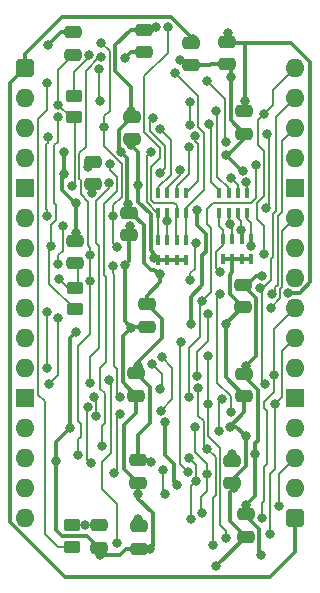
<source format=gbl>
%TF.GenerationSoftware,KiCad,Pcbnew,8.0.7*%
%TF.CreationDate,2025-01-03T14:35:01+02:00*%
%TF.ProjectId,W65C816 Clock Hold,57363543-3831-4362-9043-6c6f636b2048,V1*%
%TF.SameCoordinates,Original*%
%TF.FileFunction,Copper,L2,Bot*%
%TF.FilePolarity,Positive*%
%FSLAX46Y46*%
G04 Gerber Fmt 4.6, Leading zero omitted, Abs format (unit mm)*
G04 Created by KiCad (PCBNEW 8.0.7) date 2025-01-03 14:35:01*
%MOMM*%
%LPD*%
G01*
G04 APERTURE LIST*
G04 Aperture macros list*
%AMRoundRect*
0 Rectangle with rounded corners*
0 $1 Rounding radius*
0 $2 $3 $4 $5 $6 $7 $8 $9 X,Y pos of 4 corners*
0 Add a 4 corners polygon primitive as box body*
4,1,4,$2,$3,$4,$5,$6,$7,$8,$9,$2,$3,0*
0 Add four circle primitives for the rounded corners*
1,1,$1+$1,$2,$3*
1,1,$1+$1,$4,$5*
1,1,$1+$1,$6,$7*
1,1,$1+$1,$8,$9*
0 Add four rect primitives between the rounded corners*
20,1,$1+$1,$2,$3,$4,$5,0*
20,1,$1+$1,$4,$5,$6,$7,0*
20,1,$1+$1,$6,$7,$8,$9,0*
20,1,$1+$1,$8,$9,$2,$3,0*%
G04 Aperture macros list end*
%TA.AperFunction,ComponentPad*%
%ADD10RoundRect,0.400000X-0.400000X-0.400000X0.400000X-0.400000X0.400000X0.400000X-0.400000X0.400000X0*%
%TD*%
%TA.AperFunction,ComponentPad*%
%ADD11O,1.600000X1.600000*%
%TD*%
%TA.AperFunction,ComponentPad*%
%ADD12R,1.600000X1.600000*%
%TD*%
%TA.AperFunction,SMDPad,CuDef*%
%ADD13R,0.450000X0.950000*%
%TD*%
%TA.AperFunction,SMDPad,CuDef*%
%ADD14RoundRect,0.250000X-0.475000X0.250000X-0.475000X-0.250000X0.475000X-0.250000X0.475000X0.250000X0*%
%TD*%
%TA.AperFunction,SMDPad,CuDef*%
%ADD15RoundRect,0.250000X0.450000X-0.262500X0.450000X0.262500X-0.450000X0.262500X-0.450000X-0.262500X0*%
%TD*%
%TA.AperFunction,SMDPad,CuDef*%
%ADD16RoundRect,0.250000X-0.450000X0.262500X-0.450000X-0.262500X0.450000X-0.262500X0.450000X0.262500X0*%
%TD*%
%TA.AperFunction,SMDPad,CuDef*%
%ADD17R,0.450000X0.900000*%
%TD*%
%TA.AperFunction,SMDPad,CuDef*%
%ADD18RoundRect,0.250000X0.475000X-0.250000X0.475000X0.250000X-0.475000X0.250000X-0.475000X-0.250000X0*%
%TD*%
%TA.AperFunction,ViaPad*%
%ADD19C,0.800000*%
%TD*%
%TA.AperFunction,Conductor*%
%ADD20C,0.380000*%
%TD*%
%TA.AperFunction,Conductor*%
%ADD21C,0.200000*%
%TD*%
G04 APERTURE END LIST*
D10*
%TO.P,J1,1,Pin_1*%
%TO.N,5V*%
X0Y0D03*
D11*
%TO.P,J1,2,Pin_2*%
%TO.N,CLK High Pulse*%
X0Y-2540000D03*
%TO.P,J1,3,Pin_3*%
%TO.N,CLK*%
X0Y-5080000D03*
%TO.P,J1,4,Pin_4*%
%TO.N,~{Hold High}*%
X0Y-7620000D03*
D12*
%TO.P,J1,5,Pin_5*%
%TO.N,GND*%
X0Y-10160000D03*
D11*
%TO.P,J1,6,Pin_6*%
%TO.N,CLK_{IN}*%
X0Y-12700000D03*
%TO.P,J1,7,Pin_7*%
%TO.N,~{CLK}*%
X0Y-15240000D03*
%TO.P,J1,8,Pin_8*%
%TO.N,PHI2*%
X0Y-17780000D03*
%TO.P,J1,9,Pin_9*%
%TO.N,Hold Count_{0}D*%
X0Y-20320000D03*
%TO.P,J1,10,Pin_10*%
%TO.N,Hold Count_{1}D*%
X0Y-22860000D03*
%TO.P,J1,11,Pin_11*%
%TO.N,Hold Count_{2}D*%
X0Y-25400000D03*
D12*
%TO.P,J1,12,Pin_12*%
%TO.N,GND*%
X0Y-27940000D03*
D11*
%TO.P,J1,13,Pin_13*%
%TO.N,Hold Count_{3}D*%
X0Y-30480000D03*
%TO.P,J1,14,Pin_14*%
%TO.N,unconnected-(J1-Pin_14-Pad14)*%
X0Y-33020000D03*
%TO.P,J1,15,Pin_15*%
%TO.N,CLK Low Pulse*%
X0Y-35560000D03*
%TO.P,J1,16,Pin_16*%
%TO.N,~{Hold Low}*%
X0Y-38100000D03*
D10*
%TO.P,J1,17,Pin_17*%
%TO.N,5V*%
X22860000Y-38100000D03*
D11*
%TO.P,J1,18,Pin_18*%
%TO.N,~{HC=CC} _{~{CLK}}*%
X22860000Y-35560000D03*
%TO.P,J1,19,Pin_19*%
%TO.N,HC=CC _{~{CLK}}*%
X22860000Y-33020000D03*
%TO.P,J1,20,Pin_20*%
%TO.N,Clk Count_{3}*%
X22860000Y-30480000D03*
D12*
%TO.P,J1,21,Pin_21*%
%TO.N,GND*%
X22860000Y-27940000D03*
D11*
%TO.P,J1,22,Pin_22*%
%TO.N,Clk Count_{2}*%
X22860000Y-25400000D03*
%TO.P,J1,23,Pin_23*%
%TO.N,Clk Count_{1}*%
X22860000Y-22860000D03*
%TO.P,J1,24,Pin_24*%
%TO.N,Clk Count_{0}*%
X22860000Y-20320000D03*
%TO.P,J1,25,Pin_25*%
%TO.N,Reset*%
X22860000Y-17780000D03*
%TO.P,J1,26,Pin_26*%
%TO.N,~{PHI2}*%
X22860000Y-15240000D03*
%TO.P,J1,27,Pin_27*%
%TO.N,HC Latch_{3}*%
X22860000Y-12700000D03*
D12*
%TO.P,J1,28,Pin_28*%
%TO.N,GND*%
X22860000Y-10160000D03*
D11*
%TO.P,J1,29,Pin_29*%
%TO.N,HC Latch_{2}*%
X22860000Y-7620000D03*
%TO.P,J1,30,Pin_30*%
%TO.N,HC Latch_{1}*%
X22860000Y-5080000D03*
%TO.P,J1,31,Pin_31*%
%TO.N,HC Latch_{0}*%
X22860000Y-2540000D03*
%TO.P,J1,32,Pin_32*%
%TO.N,~{Reset}*%
X22860000Y0D03*
%TD*%
D13*
%TO.P,CN1,1,1*%
%TO.N,Reset*%
X16707000Y-14517000D03*
%TO.P,CN1,2,2*%
%TO.N,~{PHI2}*%
X17507000Y-14517000D03*
%TO.P,CN1,3,3*%
%TO.N,CLK*%
X18307000Y-14517000D03*
%TO.P,CN1,4,4*%
%TO.N,~{CLK}*%
X19107000Y-14517000D03*
%TO.P,CN1,5,5*%
%TO.N,GND*%
X19107000Y-16217000D03*
%TO.P,CN1,6,6*%
X18307000Y-16217000D03*
%TO.P,CN1,7,7*%
X17507000Y-16217000D03*
%TO.P,CN1,8,8*%
X16707000Y-16217000D03*
%TD*%
D14*
%TO.P,C57,1*%
%TO.N,/3.3V*%
X9525000Y-33229000D03*
%TO.P,C57,2*%
%TO.N,GND*%
X9525000Y-35129000D03*
%TD*%
%TO.P,C27,1*%
%TO.N,/3.3V*%
X18542000Y-25913000D03*
%TO.P,C27,2*%
%TO.N,GND*%
X18542000Y-27813000D03*
%TD*%
%TO.P,C23,1*%
%TO.N,/3.3V*%
X8763000Y-12274000D03*
%TO.P,C23,2*%
%TO.N,GND*%
X8763000Y-14174000D03*
%TD*%
D15*
%TO.P,R2,1*%
%TO.N,CLK High Pulse*%
X4074000Y-4214500D03*
%TO.P,R2,2*%
%TO.N,/CLK High Pulse_{f}*%
X4074000Y-2389500D03*
%TD*%
D14*
%TO.P,C25,1*%
%TO.N,/3.3V*%
X18669000Y-37801000D03*
%TO.P,C25,2*%
%TO.N,GND*%
X18669000Y-39701000D03*
%TD*%
D16*
%TO.P,R3,1*%
%TO.N,CLK Low Pulse*%
X3927000Y-38756500D03*
%TO.P,R3,2*%
%TO.N,/CLK Low Pulse_{f}*%
X3927000Y-40581500D03*
%TD*%
D14*
%TO.P,C26,1*%
%TO.N,/3.3V*%
X10287000Y-20021000D03*
%TO.P,C26,2*%
%TO.N,GND*%
X10287000Y-21921000D03*
%TD*%
D17*
%TO.P,RN1,1,R1*%
%TO.N,Net-(IC7F-6Y)*%
X16396000Y-10580000D03*
%TO.P,RN1,2,R2*%
%TO.N,Net-(IC7A-1Y)*%
X17196000Y-10580000D03*
%TO.P,RN1,3,R3*%
%TO.N,Net-(IC47-Y)*%
X17996000Y-10580000D03*
%TO.P,RN1,4,R4*%
%TO.N,Net-(IC47-~{Y})*%
X18796000Y-10580000D03*
%TO.P,RN1,5,R4*%
%TO.N,~{CLK}*%
X18796000Y-12280000D03*
%TO.P,RN1,6,R3*%
%TO.N,CLK*%
X17996000Y-12280000D03*
%TO.P,RN1,7,R2*%
%TO.N,~{PHI2}*%
X17196000Y-12280000D03*
%TO.P,RN1,8,R1*%
%TO.N,Reset*%
X16396000Y-12280000D03*
%TD*%
D18*
%TO.P,C2,1*%
%TO.N,CLK High Pulse*%
X4064000Y1098000D03*
%TO.P,C2,2*%
%TO.N,GND*%
X4064000Y2998000D03*
%TD*%
D14*
%TO.P,C3,1*%
%TO.N,CLK Low Pulse*%
X6223000Y-38735000D03*
%TO.P,C3,2*%
%TO.N,GND*%
X6223000Y-40635000D03*
%TD*%
D17*
%TO.P,RN2,1,R1*%
%TO.N,/CLK H.P.*%
X11226800Y-10580000D03*
%TO.P,RN2,2,R2*%
%TO.N,/CLK L.P.*%
X12026800Y-10580000D03*
%TO.P,RN2,3,R3*%
%TO.N,/~{CLK High Reset Pulse}*%
X12826800Y-10580000D03*
%TO.P,RN2,4,R4*%
%TO.N,/~{CLK Low Reset Pulse}*%
X13626800Y-10580000D03*
%TO.P,RN2,5,R4*%
%TO.N,/~{CLK Low Reset Pulse}_{s}*%
X13626800Y-12280000D03*
%TO.P,RN2,6,R3*%
%TO.N,/~{CLK High Reset Pulse}_{s}*%
X12826800Y-12280000D03*
%TO.P,RN2,7,R2*%
%TO.N,/CLK L.P._{s}*%
X12026800Y-12280000D03*
%TO.P,RN2,8,R1*%
%TO.N,/CLK H.P._{s}*%
X11226800Y-12280000D03*
%TD*%
D14*
%TO.P,C47,1*%
%TO.N,/3.3V*%
X9652000Y-38817000D03*
%TO.P,C47,2*%
%TO.N,GND*%
X9652000Y-40717000D03*
%TD*%
%TO.P,C20,1*%
%TO.N,/3.3V*%
X10050000Y3205000D03*
%TO.P,C20,2*%
%TO.N,GND*%
X10050000Y1305000D03*
%TD*%
%TO.P,C24,1*%
%TO.N,/3.3V*%
X5715000Y-7956000D03*
%TO.P,C24,2*%
%TO.N,GND*%
X5715000Y-9856000D03*
%TD*%
D16*
%TO.P,R1,1*%
%TO.N,PHI2*%
X4181000Y-18645500D03*
%TO.P,R1,2*%
%TO.N,/PHI2_{f}*%
X4181000Y-20470500D03*
%TD*%
D14*
%TO.P,C30,1*%
%TO.N,/3.3V*%
X9398000Y-25863000D03*
%TO.P,C30,2*%
%TO.N,GND*%
X9398000Y-27763000D03*
%TD*%
%TO.P,C44,1*%
%TO.N,/3.3V*%
X17078000Y2209000D03*
%TO.P,C44,2*%
%TO.N,GND*%
X17078000Y309000D03*
%TD*%
D18*
%TO.P,C1,1*%
%TO.N,PHI2*%
X4191000Y-16555000D03*
%TO.P,C1,2*%
%TO.N,GND*%
X4191000Y-14655000D03*
%TD*%
%TO.P,C4,1*%
%TO.N,GND*%
X17526000Y-35174000D03*
%TO.P,C4,2*%
%TO.N,/3.3V*%
X17526000Y-33274000D03*
%TD*%
D14*
%TO.P,C56,1*%
%TO.N,/3.3V*%
X9017000Y-4146000D03*
%TO.P,C56,2*%
%TO.N,GND*%
X9017000Y-6046000D03*
%TD*%
D13*
%TO.P,CN2,1,1*%
%TO.N,/CLK H.P._{s}*%
X11208200Y-14556000D03*
%TO.P,CN2,2,2*%
%TO.N,/CLK L.P._{s}*%
X12008200Y-14556000D03*
%TO.P,CN2,3,3*%
%TO.N,/~{CLK High Reset Pulse}_{s}*%
X12808200Y-14556000D03*
%TO.P,CN2,4,4*%
%TO.N,/~{CLK Low Reset Pulse}_{s}*%
X13608200Y-14556000D03*
%TO.P,CN2,5,5*%
%TO.N,GND*%
X13608200Y-16256000D03*
%TO.P,CN2,6,6*%
X12808200Y-16256000D03*
%TO.P,CN2,7,7*%
X12008200Y-16256000D03*
%TO.P,CN2,8,8*%
X11208200Y-16256000D03*
%TD*%
D14*
%TO.P,C21,1*%
%TO.N,/3.3V*%
X18542000Y-3683000D03*
%TO.P,C21,2*%
%TO.N,GND*%
X18542000Y-5583000D03*
%TD*%
%TO.P,C28,1*%
%TO.N,/3.3V*%
X18423000Y-18370000D03*
%TO.P,C28,2*%
%TO.N,GND*%
X18423000Y-20270000D03*
%TD*%
%TO.P,C43,1*%
%TO.N,5V*%
X14030000Y2082000D03*
%TO.P,C43,2*%
%TO.N,GND*%
X14030000Y182000D03*
%TD*%
D19*
%TO.N,GND*%
X16128992Y-42216000D03*
X3810000Y-30480000D03*
X13048998Y635000D03*
X4318000Y-11430000D03*
X9525000Y-36140002D03*
X13982949Y-21717000D03*
X17427001Y-768001D03*
X14490000Y-12085087D03*
X10922000Y-16108000D03*
X8890000Y-13374000D03*
X16951543Y-21682508D03*
X12807404Y-35325596D03*
X17006000Y-7399631D03*
X5632661Y-10623339D03*
X1905000Y1905000D03*
X11817920Y-30014307D03*
X3290000Y-8985000D03*
X8462681Y846823D03*
X18415000Y-8763000D03*
X9525000Y-9933004D03*
X18687572Y-31223428D03*
X17643756Y-35572000D03*
X8394081Y-16720824D03*
X17306999Y-30407573D03*
X4314000Y-22352000D03*
X4310276Y-14013872D03*
X8953504Y-22034500D03*
X2556493Y-33274000D03*
X10541000Y-40767000D03*
X6350002Y-41275000D03*
X8909431Y-6514845D03*
X3289996Y-7126851D03*
%TO.N,5V*%
X14220000Y2462000D03*
%TO.N,PHI2*%
X2881180Y-17883000D03*
%TO.N,~{PHI2}*%
X17358996Y-13248004D03*
%TO.N,Reset*%
X16498000Y-17292002D03*
%TO.N,~{Reset}*%
X20193000Y-15748000D03*
X20193000Y-3937000D03*
%TO.N,~{CLK}*%
X14474993Y-34966329D03*
X5507375Y-18033000D03*
X4457000Y-32766000D03*
X19112948Y-15141998D03*
X6425910Y881042D03*
X5492686Y-15899642D03*
X14016375Y-38176000D03*
X13840229Y-33020322D03*
%TO.N,HC Latch_{3}*%
X15501543Y-20877000D03*
X14563470Y-26138000D03*
X20770845Y-20320000D03*
%TO.N,HC Latch_{2}*%
X13852930Y-27870204D03*
X14975187Y-19801745D03*
X19483383Y-8206154D03*
%TO.N,HC Latch_{1}*%
X20870845Y-19177000D03*
X16476854Y-19205771D03*
X17384673Y-29165377D03*
%TO.N,HC Latch_{0}*%
X19852584Y-18657084D03*
X20296488Y-26791091D03*
%TO.N,Clk Count_{3}*%
X15875000Y-40386000D03*
X15367000Y-32257999D03*
X14628633Y-27162539D03*
%TO.N,Clk Count_{2}*%
X15501543Y-24458000D03*
X17018000Y-39845383D03*
X15494000Y-28448000D03*
%TO.N,Clk Count_{1}*%
X21130497Y-28496503D03*
X20701000Y-39497000D03*
%TO.N,Clk Count_{0}*%
X21010000Y-25991518D03*
X19998002Y-38102433D03*
%TO.N,CLK*%
X6413500Y2095500D03*
X6663498Y-5010310D03*
X18288000Y-13716000D03*
X7795425Y-15199643D03*
X14433202Y-14859000D03*
X13971529Y-17983000D03*
X7410998Y-12573000D03*
%TO.N,Hold Count_{2}D*%
X1819091Y-20680062D03*
X1819091Y-25403000D03*
%TO.N,Hold Count_{3}D*%
X2778500Y-21193500D03*
X2032000Y-26797000D03*
%TO.N,CLK High Pulse*%
X2794002Y-3126000D03*
X3940000Y-10016528D03*
%TO.N,CLK Low Pulse*%
X5079994Y-38735000D03*
%TO.N,CLK_{IN}*%
X1904988Y-5842000D03*
X1850008Y-12545746D03*
%TO.N,/3.3V*%
X18669001Y-37072000D03*
X11434436Y-17508000D03*
X19939000Y-41275000D03*
X17526000Y-32736787D03*
X10668006Y-33401012D03*
X20066004Y-17629000D03*
X8699626Y-11517042D03*
X18669000Y-25261000D03*
X5296384Y-8426723D03*
X8124949Y-7135000D03*
X19480766Y-32731850D03*
X9524996Y-38227000D03*
X17145000Y2921000D03*
X18627295Y-2845177D03*
X11029466Y3426065D03*
X8966525Y-3640000D03*
X22270845Y-19050002D03*
X9524998Y-25273000D03*
%TO.N,/CLK L.P.*%
X13074117Y-8682740D03*
%TO.N,/~{CLK Low Reset Pulse}*%
X14343806Y-5822041D03*
%TO.N,/~{CLK Low Pulse}*%
X15367000Y-1143000D03*
X17006000Y-6316429D03*
%TO.N,/~{CLK High Reset Pulse}*%
X13844029Y-6761000D03*
%TO.N,/CLK H.P.*%
X11376013Y-5224908D03*
%TO.N,/~{CLK High Pulse}*%
X6316165Y-2854012D03*
X6268019Y-159899D03*
X13895052Y-2890000D03*
X13933652Y-4829185D03*
%TO.N,/~{HC_{0}=CC_{0}}*%
X16673861Y-28077812D03*
X16370054Y-30806003D03*
%TO.N,/~{HC_{2}=CC_{2}}*%
X11454406Y-29082715D03*
X11557000Y-24511000D03*
%TO.N,/~{HC_{3}=CC_{3}}*%
X10731790Y-25133363D03*
X11430000Y-27178000D03*
%TO.N,/~{HC_{L}=CC_{L}}*%
X5259089Y-28749207D03*
X5524502Y-33516000D03*
%TO.N,/~{HC_{H}=CC_{H}}*%
X5960834Y-29484596D03*
X5814044Y-27857843D03*
X7977000Y-29290000D03*
X7493000Y-34290000D03*
%TO.N,/~{Hold High}\u00B7CLK High Pulse\u00B7HC=CC*%
X5478189Y-26670000D03*
X7040000Y-9732508D03*
%TO.N,/~{Hold Low}\u00B7CLK Low Pulse*%
X7093000Y-26428000D03*
X7722501Y-40283499D03*
%TO.N,/High Pulse+Low Pulse*%
X2794000Y-16637000D03*
X7977000Y-27890000D03*
X7392686Y-16783252D03*
X3160500Y-13382185D03*
%TO.N,/~{CLK High Reset Pulse}_{s}*%
X12070675Y3478000D03*
%TO.N,/~{CLK Low Reset Pulse}_{s}*%
X12665343Y-415657D03*
%TO.N,/CLK H.P._{s}*%
X10656000Y-7131408D03*
%TO.N,/CLK L.P._{s}*%
X20435000Y-5621996D03*
X11989000Y-13003000D03*
X20390202Y-11928164D03*
%TO.N,Net-(IC7A-1Y)*%
X16129000Y-3708214D03*
%TO.N,Net-(IC7F-6Y)*%
X15506000Y-4751964D03*
%TO.N,Net-(IC47-~{Y})*%
X18711453Y-9723829D03*
%TO.N,Net-(IC47-Y)*%
X11409835Y-8881835D03*
X17422765Y-9357872D03*
X10792000Y-4261000D03*
%TO.N,/PHI2_{f}*%
X2159000Y-15113000D03*
X2740533Y-4191000D03*
%TO.N,/CLK High Pulse_{f}*%
X5399629Y1061898D03*
%TO.N,/CLK Low Pulse_{f}*%
X1863969Y-1311029D03*
%TO.N,/HC=CC _{CLK}*%
X6477000Y-32040000D03*
X7151617Y-8145000D03*
%TO.N,/~{HC=CC} _{CLK}*%
X13207994Y-23241000D03*
X13755529Y-34233999D03*
%TO.N,HC=CC _{~{CLK}}*%
X11631998Y-34036000D03*
X21463000Y-37084000D03*
X11811000Y-36068000D03*
%TO.N,~{HC=CC} _{~{CLK}}*%
X14979000Y-37701000D03*
X15360092Y-34443877D03*
X14344000Y-30406003D03*
%TD*%
D20*
%TO.N,GND*%
X10541000Y-40767000D02*
X10767000Y-40541000D01*
X2556493Y-39132493D02*
X2556493Y-33274000D01*
X10593200Y-12429165D02*
X10593200Y-15421000D01*
X8953504Y-22034500D02*
X8394081Y-21475077D01*
X17308000Y-17526000D02*
X17308000Y-19155000D01*
X8394081Y-21475077D02*
X8394081Y-16720824D01*
X9525000Y-36485001D02*
X9525000Y-36140002D01*
X12008200Y-16256000D02*
X11208200Y-16256000D01*
X16951543Y-26222543D02*
X16951543Y-21682508D01*
X10767000Y-40541000D02*
X10767000Y-37727001D01*
X17871717Y-30407573D02*
X18687572Y-31223428D01*
X8001000Y-41275000D02*
X8559000Y-40717000D01*
X10050000Y1305000D02*
X8920858Y1305000D01*
X9067004Y-21921000D02*
X8953504Y-22034500D01*
X3757000Y-30427000D02*
X3810000Y-30480000D01*
X10593200Y-15421000D02*
X10922000Y-15749800D01*
X8763000Y-16351905D02*
X8394081Y-16720824D01*
X19107000Y-16217000D02*
X18307000Y-16217000D01*
X11817920Y-32772920D02*
X12596400Y-33551400D01*
X4064000Y2998000D02*
X2998000Y2998000D01*
X3083000Y-39659000D02*
X2556493Y-39132493D01*
X15258000Y-14097000D02*
X14490000Y-13329000D01*
X17314700Y-35901056D02*
X17643756Y-35572000D01*
X17314700Y-38346700D02*
X17314700Y-35901056D01*
X4310276Y-11437724D02*
X4318000Y-11430000D01*
X4314000Y-22352000D02*
X3757000Y-22909000D01*
X18542000Y-29172572D02*
X17306999Y-30407573D01*
X5715000Y-10541000D02*
X5632661Y-10623339D01*
X2556493Y-33274000D02*
X2556493Y-31733507D01*
X5715000Y-9856000D02*
X5715000Y-10541000D01*
X18542000Y-5583000D02*
X17427001Y-4468001D01*
X17308000Y-19155000D02*
X18423000Y-20270000D01*
X10767000Y-37727001D02*
X9525000Y-36485001D01*
X6223000Y-41147998D02*
X6350002Y-41275000D01*
X3290000Y-8985000D02*
X3100000Y-9175000D01*
X13831000Y381000D02*
X13302998Y381000D01*
X9398000Y-29226912D02*
X9398000Y-27763000D01*
X8909431Y-6514845D02*
X8909431Y-6153569D01*
X11070000Y-16256000D02*
X11208200Y-16256000D01*
X18669000Y-39701000D02*
X17314700Y-38346700D01*
X8458418Y-30166494D02*
X9398000Y-29226912D01*
X17507000Y-16217000D02*
X16707000Y-16217000D01*
X8763000Y-14174000D02*
X8763000Y-16351905D01*
X12808200Y-16256000D02*
X12008200Y-16256000D01*
X6223000Y-40635000D02*
X5247000Y-39659000D01*
X14986000Y-18415000D02*
X14986000Y-15875000D01*
X13302998Y381000D02*
X13048998Y635000D01*
X9525000Y-35129000D02*
X9525000Y-36140002D01*
X3100000Y-9175000D02*
X3100000Y-10364468D01*
X17306999Y-30407573D02*
X17871717Y-30407573D01*
X9702000Y-40767000D02*
X10541000Y-40767000D01*
X9525000Y-9933004D02*
X9525000Y-11360965D01*
X14030000Y182000D02*
X15621000Y182000D01*
X16951543Y-21682508D02*
X18364051Y-20270000D01*
X4191000Y-14133148D02*
X4310276Y-14013872D01*
X8382000Y-30242912D02*
X8382000Y-33986000D01*
X4191000Y-14655000D02*
X4191000Y-14133148D01*
X5247000Y-39659000D02*
X3083000Y-39659000D01*
X16154000Y-42216000D02*
X16128992Y-42216000D01*
X4165532Y-11430000D02*
X4318000Y-11430000D01*
X2556493Y-31733507D02*
X3810000Y-30480000D01*
X18542000Y-27813000D02*
X16951543Y-26222543D01*
X14986000Y-15875000D02*
X15258000Y-15603000D01*
X8920858Y1305000D02*
X8462681Y846823D01*
X13982949Y-21717000D02*
X13982949Y-19418051D01*
X3290000Y-8985000D02*
X3290000Y-7126855D01*
X4310276Y-14013872D02*
X4310276Y-11437724D01*
X11817920Y-30014307D02*
X11817920Y-32772920D01*
X8458418Y-30166494D02*
X8382000Y-30242912D01*
X12596400Y-35114592D02*
X12807404Y-35325596D01*
X8382000Y-33986000D02*
X9525000Y-35129000D01*
X18542000Y-27813000D02*
X18542000Y-29172572D01*
X8559000Y-40717000D02*
X9652000Y-40717000D01*
X6350002Y-41275000D02*
X8001000Y-41275000D01*
X3100000Y-10364468D02*
X4165532Y-11430000D01*
X18687572Y-33749452D02*
X18687572Y-31223428D01*
X18669000Y-39701000D02*
X16154000Y-42216000D01*
X17078000Y309000D02*
X17427001Y-40001D01*
X17507000Y-17327000D02*
X17308000Y-17526000D01*
X3290000Y-7126855D02*
X3289996Y-7126851D01*
X17507000Y-16217000D02*
X17507000Y-17327000D01*
X6223000Y-40635000D02*
X6223000Y-41147998D01*
X17110738Y-7399631D02*
X17006000Y-7399631D01*
X15258000Y-15603000D02*
X15258000Y-14097000D01*
X14490000Y-13329000D02*
X14490000Y-12085087D01*
X17526000Y-35454244D02*
X17643756Y-35572000D01*
X10922000Y-15749800D02*
X10922000Y-16108000D01*
X8890000Y-14047000D02*
X8890000Y-13374000D01*
X8283000Y-22705004D02*
X8953504Y-22034500D01*
X3757000Y-22909000D02*
X3757000Y-30427000D01*
X18415000Y-5879683D02*
X18415000Y-6095369D01*
X17427001Y-40001D02*
X17427001Y-768001D01*
X17526000Y-34911024D02*
X18687572Y-33749452D01*
X17006000Y-7399631D02*
X18369369Y-8763000D01*
X13982949Y-19418051D02*
X14986000Y-18415000D01*
X17427001Y-4468001D02*
X17427001Y-768001D01*
X18369369Y-8763000D02*
X18415000Y-8763000D01*
X9398000Y-27763000D02*
X8283000Y-26648000D01*
X17078000Y309000D02*
X15748000Y309000D01*
X15748000Y309000D02*
X15621000Y182000D01*
X13608200Y-16256000D02*
X12808200Y-16256000D01*
X8909431Y-6514845D02*
X9525000Y-7130414D01*
X8283000Y-26648000D02*
X8283000Y-22705004D01*
X9525000Y-7130414D02*
X9525000Y-9933004D01*
X10922000Y-16108000D02*
X11070000Y-16256000D01*
X18307000Y-16217000D02*
X17507000Y-16217000D01*
X12596400Y-33551400D02*
X12596400Y-35114592D01*
X18415000Y-6095369D02*
X17110738Y-7399631D01*
X10287000Y-21921000D02*
X9067004Y-21921000D01*
X2998000Y2998000D02*
X1905000Y1905000D01*
X9525000Y-11360965D02*
X10593200Y-12429165D01*
%TO.N,5V*%
X3130060Y4318000D02*
X0Y1187940D01*
X0Y1187940D02*
X0Y0D01*
X-1315000Y-1315000D02*
X0Y0D01*
X12364000Y4318000D02*
X3130060Y4318000D01*
X3314703Y-43097618D02*
X-1315000Y-38467915D01*
X22860000Y-38100000D02*
X22860000Y-41021000D01*
X-1315000Y-38467915D02*
X-1315000Y-1315000D01*
X14220000Y2462000D02*
X12364000Y4318000D01*
X20722855Y-43097618D02*
X3314703Y-43097618D01*
X22860000Y-41021000D02*
X20805536Y-43075464D01*
X14030000Y2272000D02*
X14220000Y2462000D01*
X20805536Y-43075464D02*
X20722855Y-43097618D01*
D21*
%TO.N,PHI2*%
X4445000Y-16809000D02*
X4445000Y-18635500D01*
X3643680Y-18645500D02*
X2881180Y-17883000D01*
%TO.N,~{PHI2}*%
X17507000Y-14517000D02*
X17507000Y-13396008D01*
X17196000Y-12280000D02*
X17196000Y-13085008D01*
X17507000Y-13396008D02*
X17358996Y-13248004D01*
X17196000Y-13085008D02*
X17358996Y-13248004D01*
%TO.N,Reset*%
X16148000Y-16942002D02*
X16498000Y-17292002D01*
X16707000Y-14517000D02*
X16707000Y-15043000D01*
X16707000Y-15043000D02*
X16148000Y-15602000D01*
X16383000Y-13392000D02*
X16707000Y-13716000D01*
X16148000Y-15602000D02*
X16148000Y-16942002D01*
X16707000Y-13716000D02*
X16707000Y-14517000D01*
X16383000Y-12293000D02*
X16383000Y-13392000D01*
%TO.N,~{Reset}*%
X19640202Y-12827000D02*
X19640202Y-11437301D01*
X20193000Y-15748000D02*
X20193000Y-13379798D01*
X22860000Y0D02*
X20955000Y-1905000D01*
X19685000Y-6580000D02*
X19685000Y-4445000D01*
X19685000Y-4445000D02*
X20193000Y-3937000D01*
X20193000Y-7088000D02*
X19685000Y-6580000D01*
X20955000Y-3175000D02*
X20193000Y-3937000D01*
X19640202Y-11437301D02*
X20193000Y-10884503D01*
X20193000Y-10884503D02*
X20193000Y-7088000D01*
X20193000Y-13379798D02*
X19640202Y-12827000D01*
X20955000Y-1905000D02*
X20955000Y-3175000D01*
%TO.N,~{CLK}*%
X5091998Y-254002D02*
X5091998Y-6719002D01*
X19050000Y-15079050D02*
X19050000Y-14574000D01*
X6425910Y881042D02*
X6227042Y881042D01*
X5292831Y-11344169D02*
X5292831Y-15040145D01*
X19112948Y-15141998D02*
X19050000Y-15079050D01*
X19107000Y-14517000D02*
X19107000Y-15136050D01*
X19107000Y-13138000D02*
X18796000Y-12827000D01*
X4457000Y-32766000D02*
X4457000Y-31484000D01*
X14016375Y-38176000D02*
X14016375Y-35424947D01*
X13840229Y-33020322D02*
X14474993Y-33655086D01*
X19107000Y-15136050D02*
X19112948Y-15141998D01*
X18796000Y-12827000D02*
X18796000Y-12280000D01*
X4687000Y-31254000D02*
X4687000Y-30169339D01*
X14016375Y-35424947D02*
X14474993Y-34966329D01*
X4572000Y-9435399D02*
X4690000Y-9553399D01*
X5492686Y-15240000D02*
X5492686Y-15899642D01*
X4690000Y-9553399D02*
X4690000Y-10741339D01*
X5507375Y-18033000D02*
X5507375Y-15914331D01*
X14474993Y-33655086D02*
X14474993Y-34966329D01*
X4457000Y-29939339D02*
X4457000Y-23610000D01*
X4572000Y-7239000D02*
X4572000Y-9435399D01*
X6227042Y881042D02*
X5091998Y-254002D01*
X5507375Y-22559625D02*
X5507375Y-18033000D01*
X5292831Y-15040145D02*
X5492686Y-15240000D01*
X4690000Y-10741339D02*
X5292831Y-11344169D01*
X5091998Y-6719002D02*
X4572000Y-7239000D01*
X4687000Y-30169339D02*
X4457000Y-29939339D01*
X5507375Y-15914331D02*
X5492686Y-15899642D01*
X4457000Y-23610000D02*
X5507375Y-22559625D01*
X4457000Y-31484000D02*
X4687000Y-31254000D01*
X19107000Y-14517000D02*
X19107000Y-13138000D01*
%TO.N,HC Latch_{3}*%
X14563470Y-24044530D02*
X15501543Y-23106457D01*
X21760000Y-18570897D02*
X21760000Y-13800000D01*
X15501543Y-23106457D02*
X15501543Y-20877000D01*
X21570845Y-18760052D02*
X21760000Y-18570897D01*
X14563470Y-26138000D02*
X14563470Y-24044530D01*
X21570845Y-19520000D02*
X21570845Y-18760052D01*
X20770845Y-20320000D02*
X21570845Y-19520000D01*
X21760000Y-13800000D02*
X22860000Y-12700000D01*
%TO.N,HC Latch_{2}*%
X15875000Y-11430000D02*
X19081817Y-11430000D01*
X14975187Y-19801745D02*
X15748000Y-19028932D01*
X15748000Y-19028932D02*
X15748000Y-13589000D01*
X13852930Y-23739070D02*
X13852930Y-27870204D01*
X15748000Y-13589000D02*
X15367000Y-13208000D01*
X19081817Y-11430000D02*
X19483383Y-11028434D01*
X15367000Y-11938000D02*
X15875000Y-11430000D01*
X14975187Y-19801745D02*
X14751543Y-20025389D01*
X15367000Y-13208000D02*
X15367000Y-11938000D01*
X14751543Y-20025389D02*
X14751543Y-22840457D01*
X14751543Y-22840457D02*
X13852930Y-23739070D01*
X19483383Y-11028434D02*
X19483383Y-8206154D01*
%TO.N,HC Latch_{1}*%
X20870845Y-19177000D02*
X21170845Y-18877000D01*
X21717000Y-6223000D02*
X22860000Y-5080000D01*
X17384673Y-27798673D02*
X16251543Y-26665543D01*
X16251543Y-19431082D02*
X16476854Y-19205771D01*
X17384673Y-29165377D02*
X17384673Y-27798673D01*
X21170845Y-18594366D02*
X21360000Y-18405211D01*
X21170845Y-18877000D02*
X21170845Y-18594366D01*
X21717000Y-12227712D02*
X21717000Y-6223000D01*
X16251543Y-26665543D02*
X16251543Y-19431082D01*
X21360000Y-12584712D02*
X21717000Y-12227712D01*
X21360000Y-18405211D02*
X21360000Y-12584712D01*
%TO.N,HC Latch_{0}*%
X20943000Y-16002000D02*
X20943000Y-12436027D01*
X19852584Y-18657084D02*
X20098581Y-18657084D01*
X20098581Y-18657084D02*
X20766004Y-17989662D01*
X20070845Y-18875345D02*
X19852584Y-18657084D01*
X20766004Y-17989662D02*
X20766004Y-16178996D01*
X20766004Y-16178996D02*
X20943000Y-16002000D01*
X20070845Y-26565448D02*
X20070845Y-18875345D01*
X21209000Y-4191000D02*
X22860000Y-2540000D01*
X21209000Y-12170027D02*
X21209000Y-4191000D01*
X20943000Y-12436027D02*
X21209000Y-12170027D01*
X20296488Y-26791091D02*
X20070845Y-26565448D01*
%TO.N,Clk Count_{3}*%
X15094000Y-29953000D02*
X15094000Y-31984999D01*
X15094000Y-31984999D02*
X15367000Y-32257999D01*
X15875000Y-36421001D02*
X16101001Y-36195000D01*
X14628633Y-27162539D02*
X14628633Y-29487633D01*
X15875000Y-40386000D02*
X15875000Y-36421001D01*
X15367000Y-32257999D02*
X16101001Y-32992000D01*
X14628633Y-29487633D02*
X15094000Y-29953000D01*
X16101001Y-32992000D02*
X16101001Y-36195000D01*
%TO.N,Clk Count_{2}*%
X17018000Y-39845383D02*
X17018000Y-39252000D01*
X17018000Y-39252000D02*
X16501000Y-38735000D01*
X15494000Y-28448000D02*
X15494000Y-31197337D01*
X16501000Y-32204337D02*
X16501000Y-38735000D01*
X15494000Y-31197337D02*
X16501000Y-32204337D01*
X15494000Y-24465543D02*
X15494000Y-28448000D01*
X15501543Y-24458000D02*
X15494000Y-24465543D01*
%TO.N,Clk Count_{1}*%
X21130497Y-28496503D02*
X21130497Y-33987503D01*
X21130497Y-33987503D02*
X20701000Y-34417000D01*
X21760000Y-23960000D02*
X21760000Y-27867000D01*
X22860000Y-22860000D02*
X21760000Y-23960000D01*
X21760000Y-27867000D02*
X21130497Y-28496503D01*
X20701000Y-39497000D02*
X20701000Y-34417000D01*
%TO.N,Clk Count_{0}*%
X20447000Y-33528000D02*
X20447000Y-29090000D01*
X20186000Y-36703000D02*
X20186000Y-33789000D01*
X20186000Y-28283898D02*
X21010000Y-27459898D01*
X21010000Y-22170000D02*
X21010000Y-25991518D01*
X19998002Y-38102433D02*
X19998002Y-36890998D01*
X20186000Y-28829000D02*
X20186000Y-28283898D01*
X21010000Y-27459898D02*
X21010000Y-25991518D01*
X20447000Y-29090000D02*
X20186000Y-28829000D01*
X22860000Y-20320000D02*
X21010000Y-22170000D01*
X20186000Y-33789000D02*
X20447000Y-33528000D01*
X19998002Y-36890998D02*
X20186000Y-36703000D01*
%TO.N,CLK*%
X13971529Y-17983000D02*
X13971529Y-17397471D01*
X14351000Y-14941202D02*
X14433202Y-14859000D01*
X18288000Y-13716000D02*
X18288000Y-12992000D01*
X7410998Y-12573000D02*
X7410998Y-11648002D01*
X6663498Y-6663498D02*
X6663498Y-5010310D01*
X17996000Y-12700000D02*
X17996000Y-12280000D01*
X7136161Y1372839D02*
X6413500Y2095500D01*
X7410998Y-11648002D02*
X8146000Y-10913000D01*
X6663498Y-5010310D02*
X6663498Y-4131502D01*
X7410998Y-14815216D02*
X7410998Y-12573000D01*
X8146000Y-10913000D02*
X8146000Y-8146000D01*
X13971529Y-17397471D02*
X14351000Y-17018000D01*
X18288000Y-13716000D02*
X18288000Y-14498000D01*
X6663498Y-4131502D02*
X7136161Y-3658839D01*
X18288000Y-12992000D02*
X17996000Y-12700000D01*
X7136161Y-3658839D02*
X7136161Y1372839D01*
X14351000Y-17018000D02*
X14351000Y-14941202D01*
X7795425Y-15199643D02*
X7410998Y-14815216D01*
X8146000Y-8146000D02*
X6663498Y-6663498D01*
%TO.N,Hold Count_{2}D*%
X1819091Y-20680062D02*
X1819091Y-25403000D01*
%TO.N,Hold Count_{3}D*%
X2032000Y-26797000D02*
X2778500Y-26050500D01*
X2778500Y-26050500D02*
X2778500Y-21193500D01*
%TO.N,CLK High Pulse*%
X4172000Y-9784528D02*
X3940000Y-10016528D01*
X4064000Y1098000D02*
X2794002Y-171998D01*
X2794002Y-171998D02*
X2794002Y-3126000D01*
X4172000Y-4580500D02*
X4172000Y-9784528D01*
X3833500Y-4214500D02*
X2794002Y-3175002D01*
X2794002Y-3175002D02*
X2794002Y-3126000D01*
%TO.N,CLK Low Pulse*%
X6223000Y-38735000D02*
X5079994Y-38735000D01*
X3927000Y-38756500D02*
X5058494Y-38756500D01*
X5058494Y-38756500D02*
X5079994Y-38735000D01*
%TO.N,CLK_{IN}*%
X1850008Y-12010008D02*
X1778000Y-11938000D01*
X1778000Y-11938000D02*
X1778000Y-6477000D01*
X1904988Y-6350012D02*
X1778000Y-6477000D01*
X1904988Y-5842000D02*
X1904988Y-6350012D01*
X1850008Y-12545746D02*
X1850008Y-12010008D01*
D20*
%TO.N,/3.3V*%
X10541000Y-30099000D02*
X10541000Y-27006000D01*
X18542000Y-2930472D02*
X18627295Y-2845177D01*
X10287000Y-19304000D02*
X11434436Y-18156564D01*
X7626161Y1911161D02*
X8920000Y3205000D01*
X10898000Y-17121000D02*
X10593200Y-17121000D01*
X7902000Y-6912051D02*
X7902000Y-5261000D01*
X23272913Y-19050002D02*
X24130000Y-18192915D01*
X18627295Y2123705D02*
X18627295Y-2845177D01*
X8796873Y-11614289D02*
X8699626Y-11517042D01*
X8636000Y-11453416D02*
X8699626Y-11517042D01*
X24130000Y-18192915D02*
X24130000Y508000D01*
X10287000Y-20021000D02*
X10287000Y-19304000D01*
X17078000Y2854000D02*
X17145000Y2921000D01*
X18423000Y-18370000D02*
X19538000Y-19485000D01*
X8966525Y-1600525D02*
X7626161Y-260161D01*
X10005000Y-13360244D02*
X8918756Y-12274000D01*
X7626161Y-260161D02*
X7626161Y1911161D01*
X10495994Y-33229000D02*
X10668006Y-33401012D01*
X19480766Y-32731850D02*
X19480766Y-36260235D01*
X9525000Y-31115000D02*
X10541000Y-30099000D01*
X19538000Y-19485000D02*
X19538000Y-24392000D01*
X8124949Y-7135000D02*
X7902000Y-6912051D01*
X10541000Y-27006000D02*
X9398000Y-25863000D01*
X8966525Y-3640000D02*
X8966525Y-1600525D01*
X10593200Y-17121000D02*
X10005000Y-16532800D01*
X17078000Y2209000D02*
X17078000Y2854000D01*
X19480766Y-32731850D02*
X19480766Y-31799234D01*
X17163295Y2123705D02*
X18627295Y2123705D01*
X19515557Y-17629000D02*
X20066004Y-17629000D01*
X17526000Y-33274000D02*
X17526000Y-32736787D01*
X11557000Y-22893231D02*
X9524998Y-24925233D01*
X19480766Y-31799234D02*
X19657000Y-31623000D01*
X9398000Y-25399998D02*
X9524998Y-25273000D01*
X8796873Y-12240127D02*
X8796873Y-11614289D01*
X7902000Y-5261000D02*
X9017000Y-4146000D01*
X19657000Y-27254941D02*
X19657000Y-31623000D01*
X18542000Y-26139941D02*
X19657000Y-27254941D01*
X11557000Y-21291000D02*
X11557000Y-22893231D01*
X19939000Y-41275000D02*
X19812000Y-41148000D01*
X8966525Y-3640000D02*
X8966525Y-4187934D01*
X9525000Y-33229000D02*
X10495994Y-33229000D01*
X19538000Y-24392000D02*
X18669000Y-25261000D01*
X10808401Y3205000D02*
X11029466Y3426065D01*
X19480766Y-36260235D02*
X18669001Y-37072000D01*
X22514295Y2123705D02*
X18627295Y2123705D01*
X22270845Y-19050002D02*
X23272913Y-19050002D01*
X18669000Y-25786000D02*
X18669000Y-25261000D01*
X9398000Y-25863000D02*
X9398000Y-25399998D01*
X19812000Y-41148000D02*
X19812000Y-39104371D01*
X11434436Y-18156564D02*
X11434436Y-17508000D01*
X24130000Y508000D02*
X22514295Y2123705D01*
X8124949Y-7135000D02*
X8636000Y-7646051D01*
X11285000Y-17508000D02*
X10898000Y-17121000D01*
X8920000Y3205000D02*
X10050000Y3205000D01*
X18542000Y-3683000D02*
X18542000Y-2930472D01*
X11434436Y-17508000D02*
X11285000Y-17508000D01*
X10050000Y3205000D02*
X10808401Y3205000D01*
X9652000Y-38354004D02*
X9524996Y-38227000D01*
X10287000Y-20021000D02*
X11557000Y-21291000D01*
X18669000Y-37592000D02*
X18669000Y-37072001D01*
X8636000Y-7646051D02*
X8636000Y-11453416D01*
X18669000Y-37072001D02*
X18669001Y-37072000D01*
X19812000Y-39104371D02*
X18669000Y-37961371D01*
X9652000Y-38817000D02*
X9652000Y-38354004D01*
X9524998Y-24925233D02*
X9524998Y-25273000D01*
X9525000Y-33229000D02*
X9525000Y-31115000D01*
X18774557Y-18370000D02*
X19515557Y-17629000D01*
X10005000Y-16532800D02*
X10005000Y-13360244D01*
D21*
%TO.N,/CLK L.P.*%
X12026800Y-10580000D02*
X12026800Y-10161547D01*
X12026800Y-10161547D02*
X13074117Y-9114230D01*
X13074117Y-9114230D02*
X13074117Y-8682740D01*
%TO.N,/~{CLK Low Reset Pulse}*%
X14605000Y-6477000D02*
X14343806Y-6215806D01*
X14605000Y-9601800D02*
X14605000Y-6477000D01*
X14343806Y-6215806D02*
X14343806Y-5822041D01*
X13626800Y-10580000D02*
X14605000Y-9601800D01*
%TO.N,/~{CLK Low Pulse}*%
X15367000Y-1143000D02*
X16879000Y-2655000D01*
X16879000Y-6189429D02*
X17006000Y-6316429D01*
X16879000Y-2655000D02*
X16879000Y-6189429D01*
%TO.N,/~{CLK High Reset Pulse}*%
X12826800Y-9990718D02*
X12826800Y-10580000D01*
X13844029Y-8973489D02*
X12826800Y-9990718D01*
X13844029Y-6761000D02*
X13844029Y-8973489D01*
%TO.N,/CLK H.P.*%
X11226800Y-10125531D02*
X11226800Y-10580000D01*
X12295000Y-6143895D02*
X12295000Y-9057331D01*
X11376013Y-5224908D02*
X12295000Y-6143895D01*
X12295000Y-9057331D02*
X11226800Y-10125531D01*
%TO.N,/~{CLK High Pulse}*%
X13933652Y-4829185D02*
X13933652Y-2928600D01*
X6268019Y-159899D02*
X6268019Y-2805866D01*
X13933652Y-2928600D02*
X13895052Y-2890000D01*
X6268019Y-2805866D02*
X6316165Y-2854012D01*
%TO.N,/~{HC_{0}=CC_{0}}*%
X16370054Y-28381619D02*
X16370054Y-30806003D01*
X16673861Y-28077812D02*
X16370054Y-28381619D01*
%TO.N,/~{HC_{2}=CC_{2}}*%
X12446000Y-28091121D02*
X12446000Y-25400000D01*
X12446000Y-25400000D02*
X11557000Y-24511000D01*
X11454406Y-29082715D02*
X12446000Y-28091121D01*
%TO.N,/~{HC_{3}=CC_{3}}*%
X11557000Y-25958573D02*
X10731790Y-25133363D01*
X11557000Y-27051000D02*
X11557000Y-25958573D01*
X11430000Y-27178000D02*
X11557000Y-27051000D01*
%TO.N,/~{HC_{L}=CC_{L}}*%
X5219000Y-33210498D02*
X5219000Y-28789296D01*
X5524502Y-33516000D02*
X5219000Y-33210498D01*
X5219000Y-28789296D02*
X5259089Y-28749207D01*
%TO.N,/~{HC_{H}=CC_{H}}*%
X7747000Y-29520000D02*
X7747000Y-34036000D01*
X7977000Y-29290000D02*
X7747000Y-29520000D01*
X5997563Y-29447867D02*
X5997563Y-28041362D01*
X7747000Y-34036000D02*
X7493000Y-34290000D01*
X5960834Y-29484596D02*
X5997563Y-29447867D01*
X5997563Y-28041362D02*
X5814044Y-27857843D01*
%TO.N,/~{Hold High}\u00B7CLK High Pulse\u00B7HC=CC*%
X6223000Y-15113000D02*
X5969000Y-14859000D01*
X5478189Y-26670000D02*
X5478189Y-24493811D01*
X5969000Y-11303000D02*
X7040000Y-10232000D01*
X7040000Y-10232000D02*
X7040000Y-9732508D01*
X6223000Y-23749000D02*
X6223000Y-15113000D01*
X5478189Y-24493811D02*
X6223000Y-23749000D01*
X5969000Y-14859000D02*
X5969000Y-11303000D01*
%TO.N,/~{Hold Low}\u00B7CLK Low Pulse*%
X6477000Y-33401000D02*
X6477000Y-35687000D01*
X7277000Y-32601000D02*
X6477000Y-33401000D01*
X6477000Y-35687000D02*
X7722501Y-36932501D01*
X7277000Y-26612000D02*
X7277000Y-32601000D01*
X7093000Y-26428000D02*
X7277000Y-26612000D01*
X7722501Y-36932501D02*
X7722501Y-40283499D01*
%TO.N,/High Pulse+Low Pulse*%
X7793000Y-25527000D02*
X7493000Y-25227000D01*
X2794000Y-16637000D02*
X2794000Y-15860500D01*
X7793000Y-27706000D02*
X7793000Y-25527000D01*
X7392686Y-17425686D02*
X7493000Y-17526000D01*
X3160500Y-15494000D02*
X3160500Y-13382185D01*
X7977000Y-27890000D02*
X7793000Y-27706000D01*
X2794000Y-15860500D02*
X3160500Y-15494000D01*
X7392686Y-16783252D02*
X7392686Y-17425686D01*
X7493000Y-25227000D02*
X7493000Y-17526000D01*
%TO.N,/~{CLK High Reset Pulse}_{s}*%
X11406000Y-6820747D02*
X11406000Y-7644000D01*
X12826800Y-11667800D02*
X12826800Y-12280000D01*
X11406000Y-7644000D02*
X10664000Y-8386000D01*
X10063998Y-5478745D02*
X11406000Y-6820747D01*
X12070675Y1275675D02*
X10063998Y-731002D01*
X10664000Y-11189314D02*
X10904686Y-11430000D01*
X10664000Y-8386000D02*
X10664000Y-11189314D01*
X12789000Y-12317800D02*
X12789000Y-14536800D01*
X10063998Y-731002D02*
X10063998Y-5478745D01*
X12070675Y3478000D02*
X12070675Y1275675D01*
X12589000Y-11430000D02*
X12826800Y-11667800D01*
X10904686Y-11430000D02*
X12589000Y-11430000D01*
%TO.N,/~{CLK Low Reset Pulse}_{s}*%
X15113000Y-10401426D02*
X15113000Y-5520964D01*
X15113000Y-5520964D02*
X14645052Y-5053016D01*
X13589000Y-12192000D02*
X13589000Y-11925426D01*
X14645052Y-5053016D02*
X14645052Y-2395366D01*
X14645052Y-2395366D02*
X12665343Y-415657D01*
X13589000Y-12317800D02*
X13589000Y-14536800D01*
X13589000Y-11925426D02*
X15113000Y-10401426D01*
%TO.N,/CLK H.P._{s}*%
X10264000Y-11407000D02*
X10264000Y-7523408D01*
X11137000Y-12280000D02*
X10264000Y-11407000D01*
X10264000Y-7523408D02*
X10656000Y-7131408D01*
X11239000Y-12458000D02*
X11239000Y-14358800D01*
%TO.N,/CLK L.P._{s}*%
X20390202Y-11928164D02*
X20663000Y-11655366D01*
X20663000Y-5849996D02*
X20435000Y-5621996D01*
X11989000Y-14536800D02*
X11989000Y-13003000D01*
X20663000Y-11655366D02*
X20663000Y-5849996D01*
X11989000Y-12317800D02*
X11989000Y-13003000D01*
%TO.N,Net-(IC7A-1Y)*%
X17196000Y-10191768D02*
X16256000Y-9251768D01*
X17196000Y-10580000D02*
X17196000Y-10191768D01*
X16256000Y-9251768D02*
X16256000Y-3835214D01*
X16256000Y-3835214D02*
X16129000Y-3708214D01*
%TO.N,Net-(IC7F-6Y)*%
X16396000Y-10355000D02*
X15748000Y-9707000D01*
X15748000Y-9707000D02*
X15748000Y-4993964D01*
X15748000Y-4993964D02*
X15506000Y-4751964D01*
%TO.N,Net-(IC47-~{Y})*%
X18796000Y-10580000D02*
X18796000Y-9808376D01*
X18796000Y-9808376D02*
X18711453Y-9723829D01*
%TO.N,Net-(IC47-Y)*%
X11806000Y-6655061D02*
X10553000Y-5402061D01*
X10553000Y-4500000D02*
X10792000Y-4261000D01*
X10553000Y-5402061D02*
X10553000Y-4500000D01*
X11806000Y-8485670D02*
X11806000Y-6655061D01*
X11409835Y-8881835D02*
X11806000Y-8485670D01*
X17996000Y-9931107D02*
X17422765Y-9357872D01*
X17996000Y-10580000D02*
X17996000Y-9931107D01*
%TO.N,/PHI2_{f}*%
X2032000Y-15240000D02*
X2159000Y-15113000D01*
X2159000Y-13323024D02*
X2159000Y-15113000D01*
X2431000Y-11448000D02*
X2600008Y-11617008D01*
X2431000Y-6574000D02*
X2431000Y-11448000D01*
X2740533Y-6264467D02*
X2431000Y-6574000D01*
X2600008Y-11617008D02*
X2600008Y-12882016D01*
X2740533Y-4191000D02*
X2740533Y-6264467D01*
X4181000Y-20470500D02*
X2032000Y-18321500D01*
X2032000Y-18321500D02*
X2032000Y-15240000D01*
X2600008Y-12882016D02*
X2159000Y-13323024D01*
%TO.N,/CLK High Pulse_{f}*%
X4074000Y-401744D02*
X5399629Y923885D01*
X5399629Y923885D02*
X5399629Y1061898D01*
X4074000Y-2389500D02*
X4074000Y-401744D01*
%TO.N,/CLK Low Pulse_{f}*%
X1651000Y-28237000D02*
X1100000Y-27686000D01*
X2735500Y-40581500D02*
X1651000Y-39497000D01*
X1651000Y-39497000D02*
X1651000Y-28237000D01*
X3927000Y-40581500D02*
X2735500Y-40581500D01*
X1863969Y-1311029D02*
X1863969Y-3554031D01*
X1863969Y-3554031D02*
X1100000Y-4318000D01*
X1100000Y-27686000D02*
X1100000Y-4318000D01*
%TO.N,/HC=CC _{CLK}*%
X6477000Y-32040000D02*
X6477000Y-30353000D01*
X6350000Y-25400000D02*
X6858000Y-24892000D01*
X6858000Y-17741314D02*
X6642686Y-17526000D01*
X6642686Y-17526000D02*
X6642686Y-11518314D01*
X6731000Y-27559000D02*
X6350000Y-27178000D01*
X7746000Y-10415000D02*
X7746000Y-9271000D01*
X6731000Y-30099000D02*
X6731000Y-27559000D01*
X6477000Y-30353000D02*
X6731000Y-30099000D01*
X6858000Y-24892000D02*
X6858000Y-17741314D01*
X6642686Y-11518314D02*
X7746000Y-10415000D01*
X7151617Y-8676617D02*
X7746000Y-9271000D01*
X6350000Y-27178000D02*
X6350000Y-25400000D01*
X7151617Y-8145000D02*
X7151617Y-8676617D01*
%TO.N,/~{HC=CC} _{CLK}*%
X13755529Y-34233999D02*
X13090229Y-33568699D01*
X13090229Y-23358765D02*
X13207994Y-23241000D01*
X13090229Y-33568699D02*
X13090229Y-23358765D01*
%TO.N,HC=CC _{~{CLK}}*%
X11631998Y-35888998D02*
X11811000Y-36068000D01*
X21463000Y-34417000D02*
X21463000Y-37084000D01*
X11631998Y-34036000D02*
X11631998Y-35888998D01*
X22860000Y-33020000D02*
X21463000Y-34417000D01*
%TO.N,~{HC=CC} _{~{CLK}}*%
X15360092Y-35820908D02*
X14859000Y-36322000D01*
X15360092Y-33521092D02*
X14344000Y-32505000D01*
X14344000Y-32505000D02*
X14344000Y-30406003D01*
X15360092Y-34443877D02*
X15360092Y-33521092D01*
X15360092Y-34443877D02*
X15360092Y-35820908D01*
X14859000Y-36322000D02*
X14859000Y-37581000D01*
X14859000Y-37581000D02*
X14979000Y-37701000D01*
%TD*%
M02*

</source>
